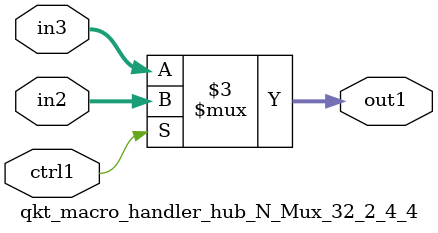
<source format=v>

`timescale 1ps / 1ps


module qkt_macro_handler_hub_N_Mux_32_2_4_4( in3, in2, ctrl1, out1 );

    input [31:0] in3;
    input [31:0] in2;
    input ctrl1;
    output [31:0] out1;
    reg [31:0] out1;

    
    // rtl_process:qkt_macro_handler_hub_N_Mux_32_2_4_4/qkt_macro_handler_hub_N_Mux_32_2_4_4_thread_1
    always @*
      begin : qkt_macro_handler_hub_N_Mux_32_2_4_4_thread_1
        case (ctrl1) 
          1'b1: 
            begin
              out1 = in2;
            end
          default: 
            begin
              out1 = in3;
            end
        endcase
      end

endmodule



</source>
